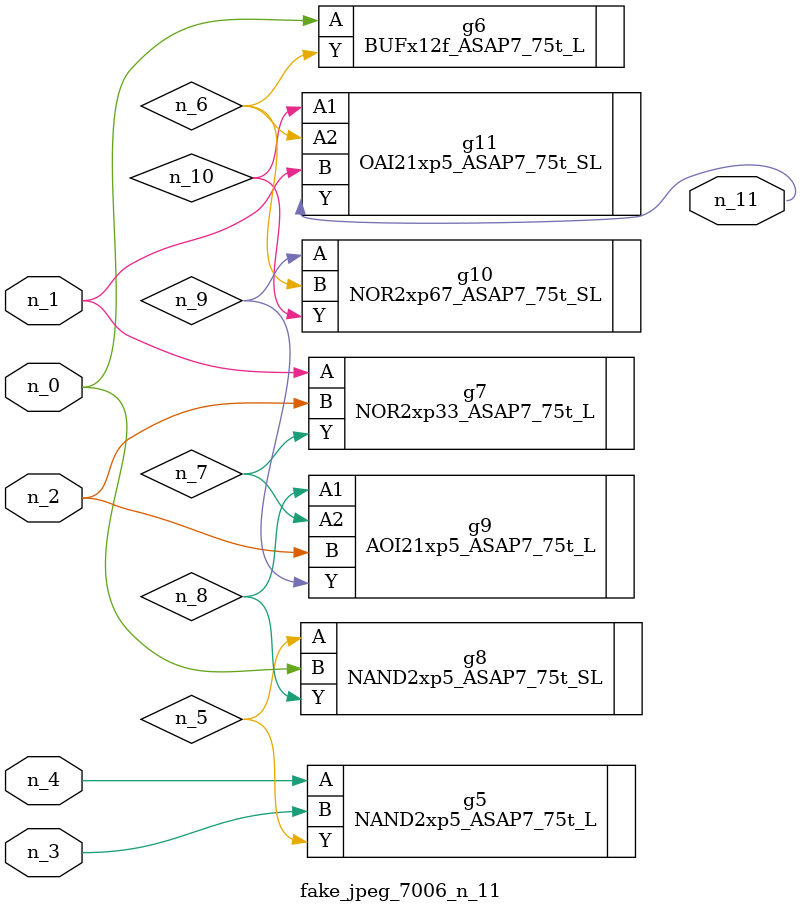
<source format=v>
module fake_jpeg_7006_n_11 (n_3, n_2, n_1, n_0, n_4, n_11);

input n_3;
input n_2;
input n_1;
input n_0;
input n_4;

output n_11;

wire n_10;
wire n_8;
wire n_9;
wire n_6;
wire n_5;
wire n_7;

NAND2xp5_ASAP7_75t_L g5 ( 
.A(n_4),
.B(n_3),
.Y(n_5)
);

BUFx12f_ASAP7_75t_L g6 ( 
.A(n_0),
.Y(n_6)
);

NOR2xp33_ASAP7_75t_L g7 ( 
.A(n_1),
.B(n_2),
.Y(n_7)
);

NAND2xp5_ASAP7_75t_SL g8 ( 
.A(n_5),
.B(n_0),
.Y(n_8)
);

AOI21xp5_ASAP7_75t_L g9 ( 
.A1(n_8),
.A2(n_7),
.B(n_2),
.Y(n_9)
);

NOR2xp67_ASAP7_75t_SL g10 ( 
.A(n_9),
.B(n_6),
.Y(n_10)
);

OAI21xp5_ASAP7_75t_SL g11 ( 
.A1(n_10),
.A2(n_6),
.B(n_1),
.Y(n_11)
);


endmodule
</source>
